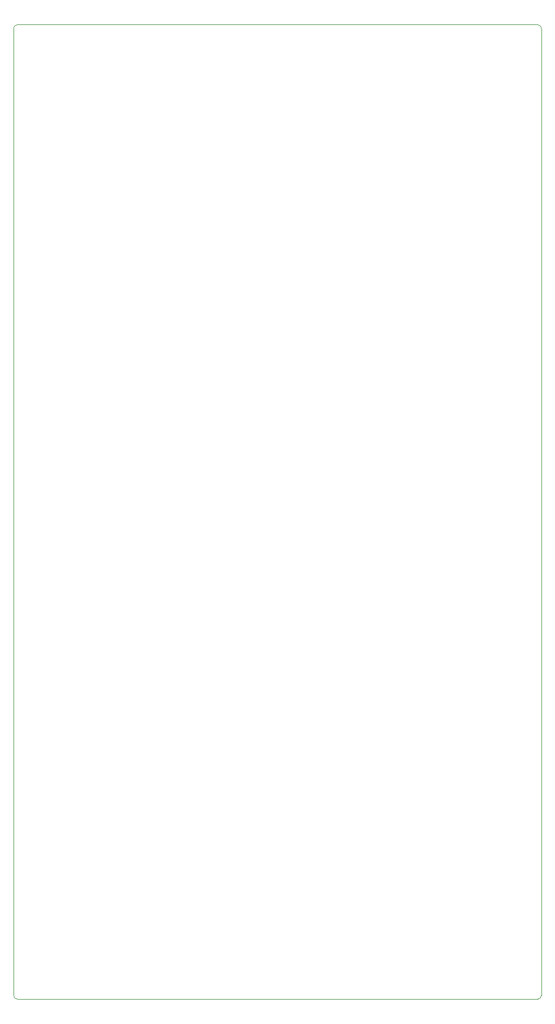
<source format=gm1>
%TF.GenerationSoftware,KiCad,Pcbnew,(5.1.9)-1*%
%TF.CreationDate,2022-04-18T13:04:53-05:00*%
%TF.ProjectId,Main Board,4d61696e-2042-46f6-9172-642e6b696361,rev?*%
%TF.SameCoordinates,Original*%
%TF.FileFunction,Profile,NP*%
%FSLAX46Y46*%
G04 Gerber Fmt 4.6, Leading zero omitted, Abs format (unit mm)*
G04 Created by KiCad (PCBNEW (5.1.9)-1) date 2022-04-18 13:04:53*
%MOMM*%
%LPD*%
G01*
G04 APERTURE LIST*
%TA.AperFunction,Profile*%
%ADD10C,0.100000*%
%TD*%
G04 APERTURE END LIST*
D10*
X100965000Y-12700000D02*
G75*
G02*
X101600000Y-13335000I0J-635000D01*
G01*
X19050000Y-13335000D02*
G75*
G02*
X19685000Y-12700000I635000J0D01*
G01*
X19685000Y-165100000D02*
G75*
G02*
X19050000Y-164465000I0J635000D01*
G01*
X101600000Y-164465000D02*
G75*
G02*
X100965000Y-165100000I-635000J0D01*
G01*
X101600000Y-13335000D02*
X101600000Y-164465000D01*
X19685000Y-12700000D02*
X100965000Y-12700000D01*
X19050000Y-164465000D02*
X19050000Y-13335000D01*
X100965000Y-165100000D02*
X19685000Y-165100000D01*
M02*

</source>
